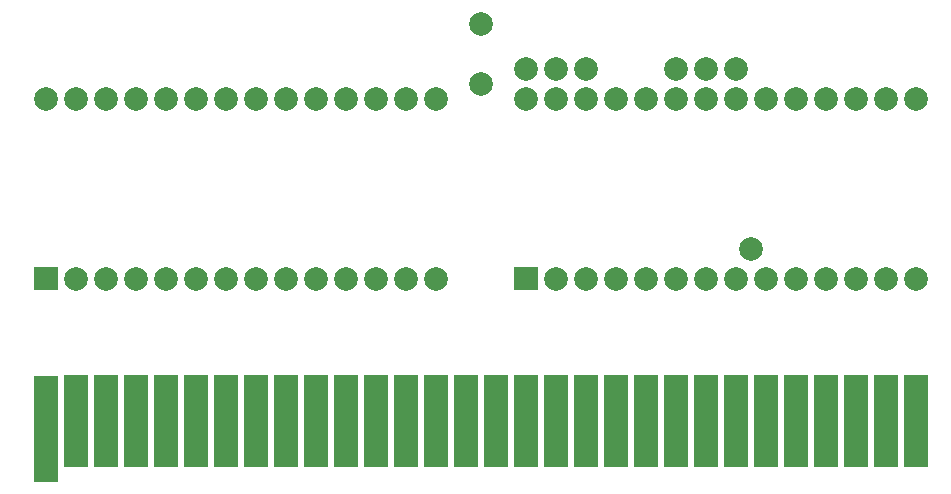
<source format=gbr>
%FSLAX34Y34*%
%MOMM*%
%LNSOLDERMASK_BOTTOM*%
G71*
G01*
%ADD10R,2.000X9.090*%
%ADD11R,2.000X7.820*%
%ADD12C,2.000*%
%LPD*%
X133350Y50800D02*
G54D10*
D03*
X158750Y57150D02*
G54D11*
D03*
X184150Y57150D02*
G54D11*
D03*
X209550Y57150D02*
G54D11*
D03*
X234950Y57150D02*
G54D11*
D03*
X260350Y57150D02*
G54D11*
D03*
X285750Y57150D02*
G54D11*
D03*
X311150Y57150D02*
G54D11*
D03*
X336550Y57150D02*
G54D11*
D03*
X361950Y57150D02*
G54D11*
D03*
X387350Y57150D02*
G54D11*
D03*
X412750Y57150D02*
G54D11*
D03*
X438150Y57150D02*
G54D11*
D03*
X463550Y57150D02*
G54D11*
D03*
X488950Y57150D02*
G54D11*
D03*
X514350Y57150D02*
G54D11*
D03*
X539750Y57150D02*
G54D11*
D03*
X565150Y57150D02*
G54D11*
D03*
X590550Y57150D02*
G54D11*
D03*
X615950Y57150D02*
G54D11*
D03*
X641350Y57150D02*
G54D11*
D03*
X666750Y57150D02*
G54D11*
D03*
X692150Y57150D02*
G54D11*
D03*
X717550Y57150D02*
G54D11*
D03*
X742950Y57150D02*
G54D11*
D03*
X768350Y57150D02*
G54D11*
D03*
X793750Y57150D02*
G54D11*
D03*
X819150Y57150D02*
G54D11*
D03*
X844550Y57150D02*
G54D11*
D03*
X869950Y57150D02*
G54D11*
D03*
G36*
X123350Y187800D02*
X143350Y187800D01*
X143350Y167800D01*
X123350Y167800D01*
X123350Y187800D01*
G37*
X158750Y177800D02*
G54D12*
D03*
X184150Y177800D02*
G54D12*
D03*
X209550Y177800D02*
G54D12*
D03*
X234950Y177800D02*
G54D12*
D03*
X260350Y177800D02*
G54D12*
D03*
X285750Y177800D02*
G54D12*
D03*
X311150Y177800D02*
G54D12*
D03*
X336550Y177800D02*
G54D12*
D03*
X361950Y177800D02*
G54D12*
D03*
X387350Y177800D02*
G54D12*
D03*
X412750Y177800D02*
G54D12*
D03*
X438150Y177800D02*
G54D12*
D03*
X463550Y177800D02*
G54D12*
D03*
X463550Y330200D02*
G54D12*
D03*
X438150Y330200D02*
G54D12*
D03*
X412750Y330200D02*
G54D12*
D03*
X387350Y330200D02*
G54D12*
D03*
X361950Y330200D02*
G54D12*
D03*
X336550Y330200D02*
G54D12*
D03*
X311150Y330200D02*
G54D12*
D03*
X285750Y330200D02*
G54D12*
D03*
X260350Y330200D02*
G54D12*
D03*
X234950Y330200D02*
G54D12*
D03*
X209550Y330200D02*
G54D12*
D03*
X184150Y330200D02*
G54D12*
D03*
X158750Y330200D02*
G54D12*
D03*
X133350Y330200D02*
G54D12*
D03*
G36*
X529750Y187800D02*
X549750Y187800D01*
X549750Y167800D01*
X529750Y167800D01*
X529750Y187800D01*
G37*
X565150Y177800D02*
G54D12*
D03*
X590550Y177800D02*
G54D12*
D03*
X615950Y177800D02*
G54D12*
D03*
X641350Y177800D02*
G54D12*
D03*
X666750Y177800D02*
G54D12*
D03*
X692150Y177800D02*
G54D12*
D03*
X717550Y177800D02*
G54D12*
D03*
X742950Y177800D02*
G54D12*
D03*
X768350Y177800D02*
G54D12*
D03*
X793750Y177800D02*
G54D12*
D03*
X819150Y177800D02*
G54D12*
D03*
X844550Y177800D02*
G54D12*
D03*
X869950Y177800D02*
G54D12*
D03*
X869950Y330200D02*
G54D12*
D03*
X844550Y330200D02*
G54D12*
D03*
X819150Y330200D02*
G54D12*
D03*
X793750Y330200D02*
G54D12*
D03*
X768350Y330200D02*
G54D12*
D03*
X742950Y330200D02*
G54D12*
D03*
X717550Y330200D02*
G54D12*
D03*
X692150Y330200D02*
G54D12*
D03*
X666750Y330200D02*
G54D12*
D03*
X641350Y330200D02*
G54D12*
D03*
X615950Y330200D02*
G54D12*
D03*
X590550Y330200D02*
G54D12*
D03*
X565150Y330200D02*
G54D12*
D03*
X539750Y330200D02*
G54D12*
D03*
X666750Y355600D02*
G54D12*
D03*
X692150Y355600D02*
G54D12*
D03*
X717550Y355600D02*
G54D12*
D03*
X539750Y355600D02*
G54D12*
D03*
X565150Y355600D02*
G54D12*
D03*
X590550Y355600D02*
G54D12*
D03*
X730250Y203200D02*
G54D12*
D03*
X501650Y393700D02*
G54D12*
D03*
X501650Y342900D02*
G54D12*
D03*
M02*

</source>
